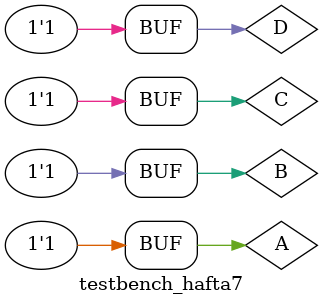
<source format=v>
module canonic_form(
    input A, B, C, D,
    output OUT
    );
    wire w1, w2, w3, w4;
    
    and gate1(w1, ~C, ~D); // C'D'
    and gate2(w2, ~A, B, D); // A'BD
    and gate3(w3, ~B, ~D); //B'D
    and gate4(w4, A, ~D); // AD'
    or gate5(OUT, w1, w2, w3, w4); //C'D' + A'BD + B'D + AD'
    
endmodule

module POS_form(
    input A, B, C, D,
    output OUT
);
    wire w1, w2, w3, w4, w5, w6, w7;
    or gate1(w1, A, B, C, ~D); // (A + B + C + D')
    or gate2(w2, A, B, ~C, ~D); // (A + B + C' + D')
    or gate3(w3, A, ~B, ~C, D); // (A + B' + C' + D)
    or gate4(w4, ~A, B, C, ~D);// (A' + B + C + D')
    or gate5(w5, ~A, B, ~C, ~D);// (A' + B + C' +D')
    or gate6(w6, ~A, ~B, C, ~D);// (A' + B' + C + D')
    or gate7(w7, ~A, ~B, ~C, D);// (A' + B' + C' + D)
    and gate8(OUT, w1, w2, w3, w4, w5, w6, w7);// POS FORM
endmodule

module SOP_form(
    input A, B, C, D,
    output OUT
);
    wire w1, w2, w3, w4, w5, w6, w7, w8, w9;
    and gate1(w1, ~A, ~B, ~C, ~D); // (A'B'C'D')
    and gate2(w2, ~A, ~B, C, ~D); // (A'B'CD')
    and gate3(w3, ~A, B, ~C, ~D); // (A'BC'D')
    and gate4(w4, ~A, B, ~C, D);// (A'BC'D)
    and gate5(w5, ~A, B, C, D);// (A'BCD)
    and gate6(w6, A, ~B, ~C, ~D);// (AB'C'D')
    and gate7(w7, A, ~B, C, ~D);// (AB'CD')
    and gate8(w8, A, B, ~C, ~D);// (ABC'D')
    and gate9(w9, A, B, C, ~D);// (ABCD')
    or gate10(OUT, w1, w2, w3, w4, w5, w6, w7, w8, w9);// POS FORM
endmodule

module testbench_hafta7;
reg A, B, C, D;
wire OUT1, OUT2, OUT3;
canonic_form dut ( //veya genisletilmemis olacak
 .A(A),
 .B(B),
 .C(C),
 .D(D),
 .OUT(OUT1)
);

POS_form dut2 ( //veya genisletilmemis olacak
 .A(A),
 .B(B),
 .C(C),
 .D(D),
 .OUT(OUT2)
);

SOP_form dut3 ( //veya genisletilmemis olacak
 .A(A),
 .B(B),
 .C(C),
 .D(D),
 .OUT(OUT3)
);

initial begin
 A = 0; B = 0; C = 0; D = 0; #10; 
 A = 0; B = 0; C = 0; D = 1; #10; 
 A = 0; B = 0; C = 1; D = 0; #10; 
 A = 0; B = 0; C = 1; D = 1; #10; 
 A = 0; B = 1; C = 0; D = 0; #10; 
 A = 0; B = 1; C = 0; D = 1; #10; 
 A = 0; B = 1; C = 1; D = 0; #10; 
 A = 0; B = 1; C = 1; D = 1; #10; 
 A = 1; B = 0; C = 0; D = 0; #10; 
 A = 1; B = 0; C = 0; D = 1; #10; 
 A = 1; B = 0; C = 1; D = 0; #10; 
 A = 1; B = 0; C = 1; D = 1; #10; 
 A = 1; B = 1; C = 0; D = 0; #10; 
 A = 1; B = 1; C = 0; D = 1; #10; 
 A = 1; B = 1; C = 1; D = 0; #10; 
 A = 1; B = 1; C = 1; D = 1; #10; 
end
endmodule


</source>
